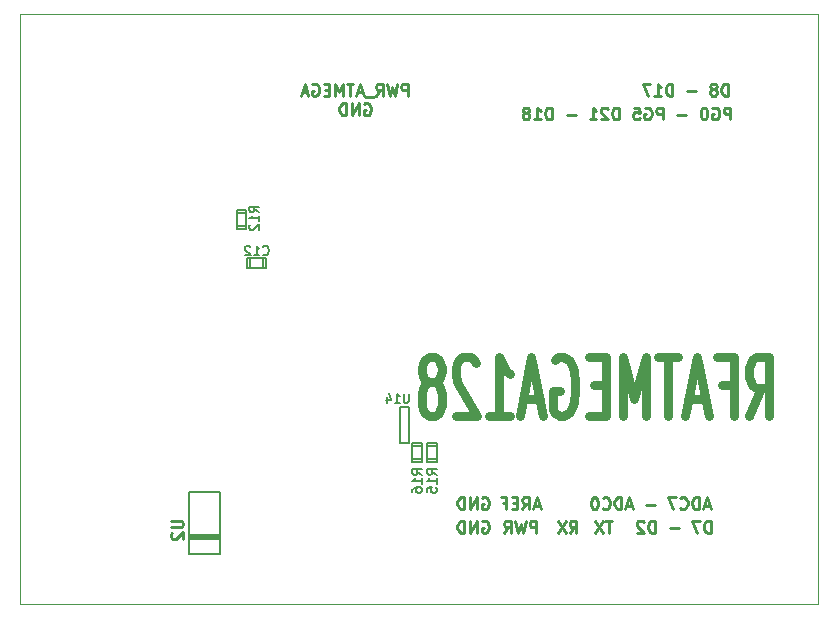
<source format=gbo>
G04 (created by PCBNEW-RS274X (2012-01-19 BZR 3256)-stable) date Mon 11 Jun 2012 01:46:52 PM EEST*
G01*
G70*
G90*
%MOIN*%
G04 Gerber Fmt 3.4, Leading zero omitted, Abs format*
%FSLAX34Y34*%
G04 APERTURE LIST*
%ADD10C,0.006000*%
%ADD11C,0.029500*%
%ADD12C,0.009800*%
%ADD13C,0.000400*%
%ADD14C,0.005000*%
%ADD15C,0.007500*%
%ADD16C,0.007900*%
%ADD17C,0.009900*%
G04 APERTURE END LIST*
G54D10*
G54D11*
X74942Y-38001D02*
X75336Y-37064D01*
X75617Y-38001D02*
X75617Y-36032D01*
X75167Y-36032D01*
X75054Y-36126D01*
X74998Y-36220D01*
X74942Y-36408D01*
X74942Y-36689D01*
X74998Y-36876D01*
X75054Y-36970D01*
X75167Y-37064D01*
X75617Y-37064D01*
X74042Y-36970D02*
X74436Y-36970D01*
X74436Y-38001D02*
X74436Y-36032D01*
X73873Y-36032D01*
X73480Y-37439D02*
X72918Y-37439D01*
X73593Y-38001D02*
X73199Y-36032D01*
X72805Y-38001D01*
X72581Y-36032D02*
X71906Y-36032D01*
X72243Y-38001D02*
X72243Y-36032D01*
X71512Y-38001D02*
X71512Y-36032D01*
X71118Y-37439D01*
X70724Y-36032D01*
X70724Y-38001D01*
X70162Y-36970D02*
X69768Y-36970D01*
X69599Y-38001D02*
X70162Y-38001D01*
X70162Y-36032D01*
X69599Y-36032D01*
X68474Y-36126D02*
X68587Y-36032D01*
X68755Y-36032D01*
X68924Y-36126D01*
X69037Y-36314D01*
X69093Y-36501D01*
X69149Y-36876D01*
X69149Y-37158D01*
X69093Y-37533D01*
X69037Y-37720D01*
X68924Y-37908D01*
X68755Y-38001D01*
X68643Y-38001D01*
X68474Y-37908D01*
X68418Y-37814D01*
X68418Y-37158D01*
X68643Y-37158D01*
X67968Y-37439D02*
X67406Y-37439D01*
X68081Y-38001D02*
X67687Y-36032D01*
X67293Y-38001D01*
X66281Y-38001D02*
X66956Y-38001D01*
X66619Y-38001D02*
X66619Y-36032D01*
X66731Y-36314D01*
X66844Y-36501D01*
X66956Y-36595D01*
X65831Y-36220D02*
X65775Y-36126D01*
X65662Y-36032D01*
X65381Y-36032D01*
X65269Y-36126D01*
X65212Y-36220D01*
X65156Y-36408D01*
X65156Y-36595D01*
X65212Y-36876D01*
X65887Y-38001D01*
X65156Y-38001D01*
X64481Y-36876D02*
X64594Y-36783D01*
X64650Y-36689D01*
X64706Y-36501D01*
X64706Y-36408D01*
X64650Y-36220D01*
X64594Y-36126D01*
X64481Y-36032D01*
X64256Y-36032D01*
X64144Y-36126D01*
X64087Y-36220D01*
X64031Y-36408D01*
X64031Y-36501D01*
X64087Y-36689D01*
X64144Y-36783D01*
X64256Y-36876D01*
X64481Y-36876D01*
X64594Y-36970D01*
X64650Y-37064D01*
X64706Y-37251D01*
X64706Y-37626D01*
X64650Y-37814D01*
X64594Y-37908D01*
X64481Y-38001D01*
X64256Y-38001D01*
X64144Y-37908D01*
X64087Y-37814D01*
X64031Y-37626D01*
X64031Y-37251D01*
X64087Y-37064D01*
X64144Y-36970D01*
X64256Y-36876D01*
G54D12*
X63574Y-27324D02*
X63574Y-26930D01*
X63424Y-26930D01*
X63387Y-26949D01*
X63368Y-26968D01*
X63349Y-27006D01*
X63349Y-27062D01*
X63368Y-27099D01*
X63387Y-27118D01*
X63424Y-27137D01*
X63574Y-27137D01*
X63218Y-26930D02*
X63124Y-27324D01*
X63049Y-27043D01*
X62974Y-27324D01*
X62880Y-26930D01*
X62505Y-27324D02*
X62636Y-27137D01*
X62730Y-27324D02*
X62730Y-26930D01*
X62580Y-26930D01*
X62543Y-26949D01*
X62524Y-26968D01*
X62505Y-27006D01*
X62505Y-27062D01*
X62524Y-27099D01*
X62543Y-27118D01*
X62580Y-27137D01*
X62730Y-27137D01*
X62430Y-27362D02*
X62130Y-27362D01*
X62055Y-27212D02*
X61867Y-27212D01*
X62092Y-27324D02*
X61961Y-26930D01*
X61830Y-27324D01*
X61754Y-26930D02*
X61529Y-26930D01*
X61642Y-27324D02*
X61642Y-26930D01*
X61398Y-27324D02*
X61398Y-26930D01*
X61267Y-27212D01*
X61136Y-26930D01*
X61136Y-27324D01*
X60948Y-27118D02*
X60817Y-27118D01*
X60761Y-27324D02*
X60948Y-27324D01*
X60948Y-26930D01*
X60761Y-26930D01*
X60386Y-26949D02*
X60423Y-26930D01*
X60480Y-26930D01*
X60536Y-26949D01*
X60573Y-26987D01*
X60592Y-27024D01*
X60611Y-27099D01*
X60611Y-27156D01*
X60592Y-27231D01*
X60573Y-27268D01*
X60536Y-27306D01*
X60480Y-27324D01*
X60442Y-27324D01*
X60386Y-27306D01*
X60367Y-27287D01*
X60367Y-27156D01*
X60442Y-27156D01*
X60217Y-27212D02*
X60029Y-27212D01*
X60254Y-27324D02*
X60123Y-26930D01*
X59992Y-27324D01*
X62111Y-27598D02*
X62148Y-27579D01*
X62205Y-27579D01*
X62261Y-27598D01*
X62298Y-27636D01*
X62317Y-27673D01*
X62336Y-27748D01*
X62336Y-27805D01*
X62317Y-27880D01*
X62298Y-27917D01*
X62261Y-27955D01*
X62205Y-27973D01*
X62167Y-27973D01*
X62111Y-27955D01*
X62092Y-27936D01*
X62092Y-27805D01*
X62167Y-27805D01*
X61923Y-27973D02*
X61923Y-27579D01*
X61698Y-27973D01*
X61698Y-27579D01*
X61510Y-27973D02*
X61510Y-27579D01*
X61416Y-27579D01*
X61360Y-27598D01*
X61323Y-27636D01*
X61304Y-27673D01*
X61285Y-27748D01*
X61285Y-27805D01*
X61304Y-27880D01*
X61323Y-27917D01*
X61360Y-27955D01*
X61416Y-27973D01*
X61510Y-27973D01*
X67848Y-41891D02*
X67848Y-41497D01*
X67698Y-41497D01*
X67661Y-41516D01*
X67642Y-41535D01*
X67623Y-41573D01*
X67623Y-41629D01*
X67642Y-41666D01*
X67661Y-41685D01*
X67698Y-41704D01*
X67848Y-41704D01*
X67492Y-41497D02*
X67398Y-41891D01*
X67323Y-41610D01*
X67248Y-41891D01*
X67154Y-41497D01*
X66779Y-41891D02*
X66910Y-41704D01*
X67004Y-41891D02*
X67004Y-41497D01*
X66854Y-41497D01*
X66817Y-41516D01*
X66798Y-41535D01*
X66779Y-41573D01*
X66779Y-41629D01*
X66798Y-41666D01*
X66817Y-41685D01*
X66854Y-41704D01*
X67004Y-41704D01*
X66048Y-41516D02*
X66085Y-41497D01*
X66142Y-41497D01*
X66198Y-41516D01*
X66235Y-41554D01*
X66254Y-41591D01*
X66273Y-41666D01*
X66273Y-41723D01*
X66254Y-41798D01*
X66235Y-41835D01*
X66198Y-41873D01*
X66142Y-41891D01*
X66104Y-41891D01*
X66048Y-41873D01*
X66029Y-41854D01*
X66029Y-41723D01*
X66104Y-41723D01*
X65860Y-41891D02*
X65860Y-41497D01*
X65635Y-41891D01*
X65635Y-41497D01*
X65447Y-41891D02*
X65447Y-41497D01*
X65353Y-41497D01*
X65297Y-41516D01*
X65260Y-41554D01*
X65241Y-41591D01*
X65222Y-41666D01*
X65222Y-41723D01*
X65241Y-41798D01*
X65260Y-41835D01*
X65297Y-41873D01*
X65353Y-41891D01*
X65447Y-41891D01*
X74317Y-28112D02*
X74317Y-27718D01*
X74167Y-27718D01*
X74130Y-27737D01*
X74111Y-27756D01*
X74092Y-27794D01*
X74092Y-27850D01*
X74111Y-27887D01*
X74130Y-27906D01*
X74167Y-27925D01*
X74317Y-27925D01*
X73717Y-27737D02*
X73754Y-27718D01*
X73811Y-27718D01*
X73867Y-27737D01*
X73904Y-27775D01*
X73923Y-27812D01*
X73942Y-27887D01*
X73942Y-27944D01*
X73923Y-28019D01*
X73904Y-28056D01*
X73867Y-28094D01*
X73811Y-28112D01*
X73773Y-28112D01*
X73717Y-28094D01*
X73698Y-28075D01*
X73698Y-27944D01*
X73773Y-27944D01*
X73454Y-27718D02*
X73417Y-27718D01*
X73379Y-27737D01*
X73360Y-27756D01*
X73342Y-27794D01*
X73323Y-27869D01*
X73323Y-27962D01*
X73342Y-28037D01*
X73360Y-28075D01*
X73379Y-28094D01*
X73417Y-28112D01*
X73454Y-28112D01*
X73492Y-28094D01*
X73510Y-28075D01*
X73529Y-28037D01*
X73548Y-27962D01*
X73548Y-27869D01*
X73529Y-27794D01*
X73510Y-27756D01*
X73492Y-27737D01*
X73454Y-27718D01*
X72854Y-27962D02*
X72554Y-27962D01*
X72066Y-28112D02*
X72066Y-27718D01*
X71916Y-27718D01*
X71879Y-27737D01*
X71860Y-27756D01*
X71841Y-27794D01*
X71841Y-27850D01*
X71860Y-27887D01*
X71879Y-27906D01*
X71916Y-27925D01*
X72066Y-27925D01*
X71466Y-27737D02*
X71503Y-27718D01*
X71560Y-27718D01*
X71616Y-27737D01*
X71653Y-27775D01*
X71672Y-27812D01*
X71691Y-27887D01*
X71691Y-27944D01*
X71672Y-28019D01*
X71653Y-28056D01*
X71616Y-28094D01*
X71560Y-28112D01*
X71522Y-28112D01*
X71466Y-28094D01*
X71447Y-28075D01*
X71447Y-27944D01*
X71522Y-27944D01*
X71091Y-27718D02*
X71278Y-27718D01*
X71297Y-27906D01*
X71278Y-27887D01*
X71241Y-27869D01*
X71147Y-27869D01*
X71109Y-27887D01*
X71091Y-27906D01*
X71072Y-27944D01*
X71072Y-28037D01*
X71091Y-28075D01*
X71109Y-28094D01*
X71147Y-28112D01*
X71241Y-28112D01*
X71278Y-28094D01*
X71297Y-28075D01*
X70603Y-28112D02*
X70603Y-27718D01*
X70509Y-27718D01*
X70453Y-27737D01*
X70416Y-27775D01*
X70397Y-27812D01*
X70378Y-27887D01*
X70378Y-27944D01*
X70397Y-28019D01*
X70416Y-28056D01*
X70453Y-28094D01*
X70509Y-28112D01*
X70603Y-28112D01*
X70228Y-27756D02*
X70209Y-27737D01*
X70172Y-27718D01*
X70078Y-27718D01*
X70040Y-27737D01*
X70022Y-27756D01*
X70003Y-27794D01*
X70003Y-27831D01*
X70022Y-27887D01*
X70247Y-28112D01*
X70003Y-28112D01*
X69628Y-28112D02*
X69853Y-28112D01*
X69740Y-28112D02*
X69740Y-27718D01*
X69778Y-27775D01*
X69815Y-27812D01*
X69853Y-27831D01*
X69159Y-27962D02*
X68859Y-27962D01*
X68371Y-28112D02*
X68371Y-27718D01*
X68277Y-27718D01*
X68221Y-27737D01*
X68184Y-27775D01*
X68165Y-27812D01*
X68146Y-27887D01*
X68146Y-27944D01*
X68165Y-28019D01*
X68184Y-28056D01*
X68221Y-28094D01*
X68277Y-28112D01*
X68371Y-28112D01*
X67771Y-28112D02*
X67996Y-28112D01*
X67883Y-28112D02*
X67883Y-27718D01*
X67921Y-27775D01*
X67958Y-27812D01*
X67996Y-27831D01*
X67546Y-27887D02*
X67583Y-27869D01*
X67602Y-27850D01*
X67621Y-27812D01*
X67621Y-27794D01*
X67602Y-27756D01*
X67583Y-27737D01*
X67546Y-27718D01*
X67471Y-27718D01*
X67433Y-27737D01*
X67415Y-27756D01*
X67396Y-27794D01*
X67396Y-27812D01*
X67415Y-27850D01*
X67433Y-27869D01*
X67471Y-27887D01*
X67546Y-27887D01*
X67583Y-27906D01*
X67602Y-27925D01*
X67621Y-27962D01*
X67621Y-28037D01*
X67602Y-28075D01*
X67583Y-28094D01*
X67546Y-28112D01*
X67471Y-28112D01*
X67433Y-28094D01*
X67415Y-28075D01*
X67396Y-28037D01*
X67396Y-27962D01*
X67415Y-27925D01*
X67433Y-27906D01*
X67471Y-27887D01*
X73660Y-41891D02*
X73660Y-41497D01*
X73566Y-41497D01*
X73510Y-41516D01*
X73473Y-41554D01*
X73454Y-41591D01*
X73435Y-41666D01*
X73435Y-41723D01*
X73454Y-41798D01*
X73473Y-41835D01*
X73510Y-41873D01*
X73566Y-41891D01*
X73660Y-41891D01*
X73304Y-41497D02*
X73041Y-41497D01*
X73210Y-41891D01*
X72591Y-41741D02*
X72291Y-41741D01*
X71803Y-41891D02*
X71803Y-41497D01*
X71709Y-41497D01*
X71653Y-41516D01*
X71616Y-41554D01*
X71597Y-41591D01*
X71578Y-41666D01*
X71578Y-41723D01*
X71597Y-41798D01*
X71616Y-41835D01*
X71653Y-41873D01*
X71709Y-41891D01*
X71803Y-41891D01*
X71428Y-41535D02*
X71409Y-41516D01*
X71372Y-41497D01*
X71278Y-41497D01*
X71240Y-41516D01*
X71222Y-41535D01*
X71203Y-41573D01*
X71203Y-41610D01*
X71222Y-41666D01*
X71447Y-41891D01*
X71203Y-41891D01*
X70377Y-41497D02*
X70152Y-41497D01*
X70265Y-41891D02*
X70265Y-41497D01*
X70059Y-41497D02*
X69796Y-41891D01*
X69796Y-41497D02*
X70059Y-41891D01*
X68962Y-41891D02*
X69093Y-41704D01*
X69187Y-41891D02*
X69187Y-41497D01*
X69037Y-41497D01*
X69000Y-41516D01*
X68981Y-41535D01*
X68962Y-41573D01*
X68962Y-41629D01*
X68981Y-41666D01*
X69000Y-41685D01*
X69037Y-41704D01*
X69187Y-41704D01*
X68831Y-41497D02*
X68568Y-41891D01*
X68568Y-41497D02*
X68831Y-41891D01*
X74241Y-27324D02*
X74241Y-26930D01*
X74147Y-26930D01*
X74091Y-26949D01*
X74054Y-26987D01*
X74035Y-27024D01*
X74016Y-27099D01*
X74016Y-27156D01*
X74035Y-27231D01*
X74054Y-27268D01*
X74091Y-27306D01*
X74147Y-27324D01*
X74241Y-27324D01*
X73791Y-27099D02*
X73828Y-27081D01*
X73847Y-27062D01*
X73866Y-27024D01*
X73866Y-27006D01*
X73847Y-26968D01*
X73828Y-26949D01*
X73791Y-26930D01*
X73716Y-26930D01*
X73678Y-26949D01*
X73660Y-26968D01*
X73641Y-27006D01*
X73641Y-27024D01*
X73660Y-27062D01*
X73678Y-27081D01*
X73716Y-27099D01*
X73791Y-27099D01*
X73828Y-27118D01*
X73847Y-27137D01*
X73866Y-27174D01*
X73866Y-27249D01*
X73847Y-27287D01*
X73828Y-27306D01*
X73791Y-27324D01*
X73716Y-27324D01*
X73678Y-27306D01*
X73660Y-27287D01*
X73641Y-27249D01*
X73641Y-27174D01*
X73660Y-27137D01*
X73678Y-27118D01*
X73716Y-27099D01*
X73172Y-27174D02*
X72872Y-27174D01*
X72384Y-27324D02*
X72384Y-26930D01*
X72290Y-26930D01*
X72234Y-26949D01*
X72197Y-26987D01*
X72178Y-27024D01*
X72159Y-27099D01*
X72159Y-27156D01*
X72178Y-27231D01*
X72197Y-27268D01*
X72234Y-27306D01*
X72290Y-27324D01*
X72384Y-27324D01*
X71784Y-27324D02*
X72009Y-27324D01*
X71896Y-27324D02*
X71896Y-26930D01*
X71934Y-26987D01*
X71971Y-27024D01*
X72009Y-27043D01*
X71653Y-26930D02*
X71390Y-26930D01*
X71559Y-27324D01*
X73623Y-40992D02*
X73435Y-40992D01*
X73660Y-41104D02*
X73529Y-40710D01*
X73398Y-41104D01*
X73266Y-41104D02*
X73266Y-40710D01*
X73172Y-40710D01*
X73116Y-40729D01*
X73079Y-40767D01*
X73060Y-40804D01*
X73041Y-40879D01*
X73041Y-40936D01*
X73060Y-41011D01*
X73079Y-41048D01*
X73116Y-41086D01*
X73172Y-41104D01*
X73266Y-41104D01*
X72647Y-41067D02*
X72666Y-41086D01*
X72722Y-41104D01*
X72760Y-41104D01*
X72816Y-41086D01*
X72853Y-41048D01*
X72872Y-41011D01*
X72891Y-40936D01*
X72891Y-40879D01*
X72872Y-40804D01*
X72853Y-40767D01*
X72816Y-40729D01*
X72760Y-40710D01*
X72722Y-40710D01*
X72666Y-40729D01*
X72647Y-40748D01*
X72516Y-40710D02*
X72253Y-40710D01*
X72422Y-41104D01*
X71803Y-40954D02*
X71503Y-40954D01*
X71034Y-40992D02*
X70846Y-40992D01*
X71071Y-41104D02*
X70940Y-40710D01*
X70809Y-41104D01*
X70677Y-41104D02*
X70677Y-40710D01*
X70583Y-40710D01*
X70527Y-40729D01*
X70490Y-40767D01*
X70471Y-40804D01*
X70452Y-40879D01*
X70452Y-40936D01*
X70471Y-41011D01*
X70490Y-41048D01*
X70527Y-41086D01*
X70583Y-41104D01*
X70677Y-41104D01*
X70058Y-41067D02*
X70077Y-41086D01*
X70133Y-41104D01*
X70171Y-41104D01*
X70227Y-41086D01*
X70264Y-41048D01*
X70283Y-41011D01*
X70302Y-40936D01*
X70302Y-40879D01*
X70283Y-40804D01*
X70264Y-40767D01*
X70227Y-40729D01*
X70171Y-40710D01*
X70133Y-40710D01*
X70077Y-40729D01*
X70058Y-40748D01*
X69814Y-40710D02*
X69777Y-40710D01*
X69739Y-40729D01*
X69720Y-40748D01*
X69702Y-40786D01*
X69683Y-40861D01*
X69683Y-40954D01*
X69702Y-41029D01*
X69720Y-41067D01*
X69739Y-41086D01*
X69777Y-41104D01*
X69814Y-41104D01*
X69852Y-41086D01*
X69870Y-41067D01*
X69889Y-41029D01*
X69908Y-40954D01*
X69908Y-40861D01*
X69889Y-40786D01*
X69870Y-40748D01*
X69852Y-40729D01*
X69814Y-40710D01*
X67961Y-40992D02*
X67773Y-40992D01*
X67998Y-41104D02*
X67867Y-40710D01*
X67736Y-41104D01*
X67379Y-41104D02*
X67510Y-40917D01*
X67604Y-41104D02*
X67604Y-40710D01*
X67454Y-40710D01*
X67417Y-40729D01*
X67398Y-40748D01*
X67379Y-40786D01*
X67379Y-40842D01*
X67398Y-40879D01*
X67417Y-40898D01*
X67454Y-40917D01*
X67604Y-40917D01*
X67210Y-40898D02*
X67079Y-40898D01*
X67023Y-41104D02*
X67210Y-41104D01*
X67210Y-40710D01*
X67023Y-40710D01*
X66723Y-40898D02*
X66854Y-40898D01*
X66854Y-41104D02*
X66854Y-40710D01*
X66667Y-40710D01*
X66048Y-40729D02*
X66085Y-40710D01*
X66142Y-40710D01*
X66198Y-40729D01*
X66235Y-40767D01*
X66254Y-40804D01*
X66273Y-40879D01*
X66273Y-40936D01*
X66254Y-41011D01*
X66235Y-41048D01*
X66198Y-41086D01*
X66142Y-41104D01*
X66104Y-41104D01*
X66048Y-41086D01*
X66029Y-41067D01*
X66029Y-40936D01*
X66104Y-40936D01*
X65860Y-41104D02*
X65860Y-40710D01*
X65635Y-41104D01*
X65635Y-40710D01*
X65447Y-41104D02*
X65447Y-40710D01*
X65353Y-40710D01*
X65297Y-40729D01*
X65260Y-40767D01*
X65241Y-40804D01*
X65222Y-40879D01*
X65222Y-40936D01*
X65241Y-41011D01*
X65260Y-41048D01*
X65297Y-41086D01*
X65353Y-41104D01*
X65447Y-41104D01*
G54D13*
X77244Y-44272D02*
X77244Y-24606D01*
X50640Y-24606D02*
X50640Y-44272D01*
X50640Y-44272D02*
X77244Y-44272D01*
X50640Y-24606D02*
X77244Y-24606D01*
G54D14*
X63315Y-37707D02*
X63315Y-38907D01*
X63315Y-38907D02*
X63615Y-38907D01*
X63615Y-38907D02*
X63615Y-37707D01*
X63615Y-37707D02*
X63315Y-37707D01*
X58176Y-31657D02*
X57856Y-31657D01*
X57866Y-31217D02*
X58176Y-31217D01*
X57856Y-31117D02*
X57856Y-31757D01*
X57856Y-31757D02*
X58176Y-31757D01*
X58176Y-31757D02*
X58176Y-31117D01*
X58176Y-31117D02*
X57856Y-31117D01*
X63718Y-38993D02*
X64038Y-38993D01*
X64028Y-39433D02*
X63718Y-39433D01*
X64038Y-39533D02*
X64038Y-38893D01*
X64038Y-38893D02*
X63718Y-38893D01*
X63718Y-38893D02*
X63718Y-39533D01*
X63718Y-39533D02*
X64038Y-39533D01*
X64210Y-38993D02*
X64530Y-38993D01*
X64520Y-39433D02*
X64210Y-39433D01*
X64530Y-39533D02*
X64530Y-38893D01*
X64530Y-38893D02*
X64210Y-38893D01*
X64210Y-38893D02*
X64210Y-39533D01*
X64210Y-39533D02*
X64530Y-39533D01*
X56281Y-42114D02*
X57301Y-42114D01*
X57301Y-42019D02*
X56281Y-42019D01*
X56281Y-42069D02*
X57301Y-42069D01*
X56281Y-41969D02*
X57301Y-41969D01*
X56281Y-40549D02*
X57301Y-40549D01*
X57301Y-40549D02*
X57301Y-42599D01*
X57301Y-42599D02*
X56281Y-42599D01*
X56281Y-42599D02*
X56281Y-40549D01*
X58304Y-33063D02*
X58304Y-32743D01*
X58744Y-32753D02*
X58744Y-33063D01*
X58844Y-32743D02*
X58204Y-32743D01*
X58204Y-32743D02*
X58204Y-33063D01*
X58204Y-33063D02*
X58844Y-33063D01*
X58844Y-33063D02*
X58844Y-32743D01*
G54D15*
X63601Y-37261D02*
X63601Y-37504D01*
X63586Y-37533D01*
X63572Y-37547D01*
X63543Y-37561D01*
X63486Y-37561D01*
X63458Y-37547D01*
X63443Y-37533D01*
X63429Y-37504D01*
X63429Y-37261D01*
X63129Y-37561D02*
X63301Y-37561D01*
X63215Y-37561D02*
X63215Y-37261D01*
X63244Y-37304D01*
X63272Y-37333D01*
X63301Y-37347D01*
X62872Y-37361D02*
X62872Y-37561D01*
X62943Y-37247D02*
X63015Y-37461D01*
X62829Y-37461D01*
G54D16*
X58601Y-31205D02*
X58451Y-31100D01*
X58601Y-31025D02*
X58286Y-31025D01*
X58286Y-31145D01*
X58301Y-31175D01*
X58316Y-31190D01*
X58346Y-31205D01*
X58391Y-31205D01*
X58421Y-31190D01*
X58436Y-31175D01*
X58451Y-31145D01*
X58451Y-31025D01*
X58601Y-31505D02*
X58601Y-31325D01*
X58601Y-31415D02*
X58286Y-31415D01*
X58331Y-31385D01*
X58361Y-31355D01*
X58376Y-31325D01*
X58316Y-31625D02*
X58301Y-31640D01*
X58286Y-31670D01*
X58286Y-31745D01*
X58301Y-31775D01*
X58316Y-31790D01*
X58346Y-31805D01*
X58376Y-31805D01*
X58421Y-31790D01*
X58601Y-31610D01*
X58601Y-31805D01*
X64034Y-39955D02*
X63884Y-39850D01*
X64034Y-39775D02*
X63719Y-39775D01*
X63719Y-39895D01*
X63734Y-39925D01*
X63749Y-39940D01*
X63779Y-39955D01*
X63824Y-39955D01*
X63854Y-39940D01*
X63869Y-39925D01*
X63884Y-39895D01*
X63884Y-39775D01*
X64034Y-40255D02*
X64034Y-40075D01*
X64034Y-40165D02*
X63719Y-40165D01*
X63764Y-40135D01*
X63794Y-40105D01*
X63809Y-40075D01*
X63719Y-40525D02*
X63719Y-40465D01*
X63734Y-40435D01*
X63749Y-40420D01*
X63794Y-40390D01*
X63854Y-40375D01*
X63974Y-40375D01*
X64004Y-40390D01*
X64019Y-40405D01*
X64034Y-40435D01*
X64034Y-40495D01*
X64019Y-40525D01*
X64004Y-40540D01*
X63974Y-40555D01*
X63899Y-40555D01*
X63869Y-40540D01*
X63854Y-40525D01*
X63839Y-40495D01*
X63839Y-40435D01*
X63854Y-40405D01*
X63869Y-40390D01*
X63899Y-40375D01*
X64527Y-39955D02*
X64377Y-39850D01*
X64527Y-39775D02*
X64212Y-39775D01*
X64212Y-39895D01*
X64227Y-39925D01*
X64242Y-39940D01*
X64272Y-39955D01*
X64317Y-39955D01*
X64347Y-39940D01*
X64362Y-39925D01*
X64377Y-39895D01*
X64377Y-39775D01*
X64527Y-40255D02*
X64527Y-40075D01*
X64527Y-40165D02*
X64212Y-40165D01*
X64257Y-40135D01*
X64287Y-40105D01*
X64302Y-40075D01*
X64212Y-40540D02*
X64212Y-40390D01*
X64362Y-40375D01*
X64347Y-40390D01*
X64332Y-40420D01*
X64332Y-40495D01*
X64347Y-40525D01*
X64362Y-40540D01*
X64392Y-40555D01*
X64467Y-40555D01*
X64497Y-40540D01*
X64512Y-40525D01*
X64527Y-40495D01*
X64527Y-40420D01*
X64512Y-40390D01*
X64497Y-40375D01*
G54D17*
X55671Y-41491D02*
X55990Y-41491D01*
X56028Y-41510D01*
X56047Y-41528D01*
X56065Y-41566D01*
X56065Y-41641D01*
X56047Y-41678D01*
X56028Y-41697D01*
X55990Y-41716D01*
X55671Y-41716D01*
X55709Y-41885D02*
X55690Y-41904D01*
X55671Y-41941D01*
X55671Y-42035D01*
X55690Y-42073D01*
X55709Y-42091D01*
X55747Y-42110D01*
X55784Y-42110D01*
X55840Y-42091D01*
X56065Y-41866D01*
X56065Y-42110D01*
G54D16*
X58735Y-32617D02*
X58750Y-32632D01*
X58795Y-32647D01*
X58825Y-32647D01*
X58870Y-32632D01*
X58900Y-32602D01*
X58915Y-32572D01*
X58930Y-32512D01*
X58930Y-32467D01*
X58915Y-32407D01*
X58900Y-32377D01*
X58870Y-32347D01*
X58825Y-32332D01*
X58795Y-32332D01*
X58750Y-32347D01*
X58735Y-32362D01*
X58435Y-32647D02*
X58615Y-32647D01*
X58525Y-32647D02*
X58525Y-32332D01*
X58555Y-32377D01*
X58585Y-32407D01*
X58615Y-32422D01*
X58315Y-32362D02*
X58300Y-32347D01*
X58270Y-32332D01*
X58195Y-32332D01*
X58165Y-32347D01*
X58150Y-32362D01*
X58135Y-32392D01*
X58135Y-32422D01*
X58150Y-32467D01*
X58330Y-32647D01*
X58135Y-32647D01*
M02*

</source>
